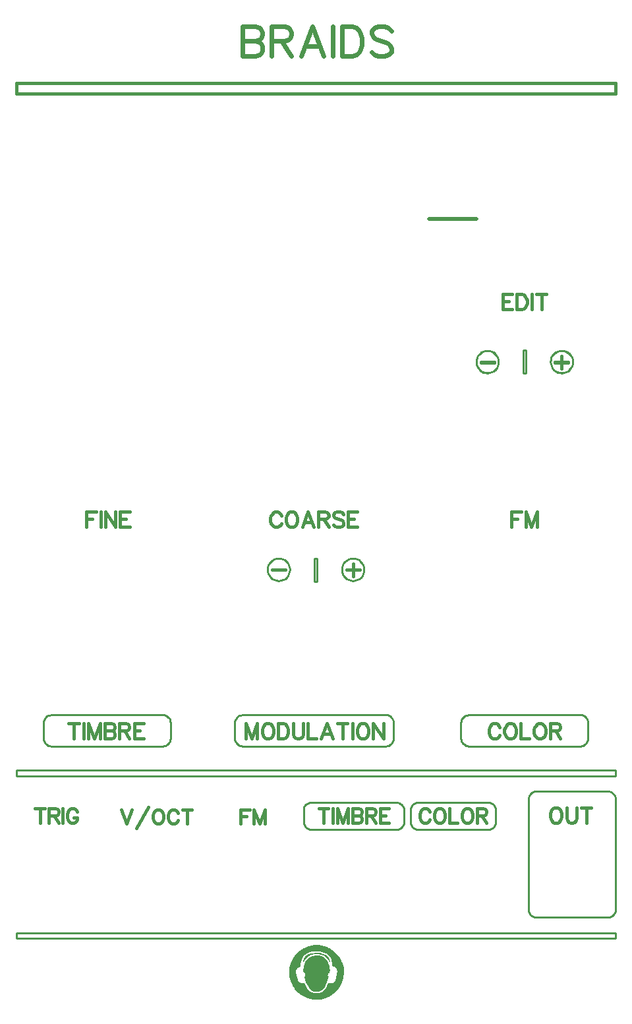
<source format=gto>
G04 Layer: TopSilkLayer*
G04 EasyEDA v6.4.14, 2021-02-14T17:06:54+01:00*
G04 7968197435cc47b8ae8c81e71e0902fa,25b4ee72c661442e84e9813f09f547ec,10*
G04 Gerber Generator version 0.2*
G04 Scale: 100 percent, Rotated: No, Reflected: No *
G04 Dimensions in millimeters *
G04 leading zeros omitted , absolute positions ,4 integer and 5 decimal *
%FSLAX45Y45*%
%MOMM*%

%ADD10C,0.2540*%
%ADD12C,0.5000*%
%ADD13C,0.4000*%
%ADD14C,0.4500*%
%ADD15C,0.6000*%

%LPD*%
G36*
X4071772Y788822D02*
G01*
X4031335Y788162D01*
X4005884Y787247D01*
X3997096Y786688D01*
X3989933Y785723D01*
X3979621Y783793D01*
X3967835Y781151D01*
X3955135Y777900D01*
X3935577Y772414D01*
X3923080Y768553D01*
X3911701Y764641D01*
X3901998Y760933D01*
X3877919Y751027D01*
X3849065Y732231D01*
X3837127Y723747D01*
X3824427Y714248D01*
X3812540Y704900D01*
X3784142Y680872D01*
X3740708Y623366D01*
X3707485Y553720D01*
X3691686Y494538D01*
X3691686Y438150D01*
X3776675Y438150D01*
X3776675Y465277D01*
X3781704Y475030D01*
X3784600Y479653D01*
X3788816Y485038D01*
X3793744Y490524D01*
X3798824Y495401D01*
X3810914Y505968D01*
X3835857Y514248D01*
X3835857Y565607D01*
X3845102Y571144D01*
X3856532Y618388D01*
X3880713Y654761D01*
X3915257Y681024D01*
X3956659Y697890D01*
X3987139Y702818D01*
X4001414Y704850D01*
X4013962Y706170D01*
X4025849Y706831D01*
X4038295Y706882D01*
X4052417Y706424D01*
X4091838Y704342D01*
X4141673Y691743D01*
X4178096Y673303D01*
X4211878Y641705D01*
X4229760Y603910D01*
X4233875Y569417D01*
X4243324Y569417D01*
X4243324Y517398D01*
X4281525Y499313D01*
X4302506Y473811D01*
X4306874Y450545D01*
X4283964Y334975D01*
X4262932Y310997D01*
X4245102Y303377D01*
X4193133Y299516D01*
X4163822Y239420D01*
X4120743Y193344D01*
X4074566Y170637D01*
X4008272Y170637D01*
X3960774Y193141D01*
X3923284Y232156D01*
X3887825Y301244D01*
X3841546Y301244D01*
X3811778Y315671D01*
X3797858Y338124D01*
X3776675Y438150D01*
X3691686Y438150D01*
X3691686Y383082D01*
X3707536Y323900D01*
X3723487Y289966D01*
X3729075Y278892D01*
X3734917Y268122D01*
X3741115Y257606D01*
X3747566Y247396D01*
X3754272Y237490D01*
X3761282Y227838D01*
X3768598Y218541D01*
X3776167Y209499D01*
X3783990Y200710D01*
X3792118Y192278D01*
X3800551Y184099D01*
X3809237Y176276D01*
X3818178Y168706D01*
X3827424Y161442D01*
X3836924Y154482D01*
X3846677Y147828D01*
X3856736Y141478D01*
X3889552Y122123D01*
X3950106Y99364D01*
X4015232Y88036D01*
X4095343Y91440D01*
X4129684Y100380D01*
X4141774Y103885D01*
X4153458Y107645D01*
X4164787Y111709D01*
X4175810Y116027D01*
X4186580Y120700D01*
X4197096Y125679D01*
X4207510Y131064D01*
X4217873Y136855D01*
X4228185Y143103D01*
X4256379Y161239D01*
X4305909Y207975D01*
X4340047Y254254D01*
X4367885Y309930D01*
X4385970Y367284D01*
X4393895Y431850D01*
X4389374Y491032D01*
X4374845Y550265D01*
X4361637Y580034D01*
X4355693Y592378D01*
X4348988Y605485D01*
X4342333Y617728D01*
X4325162Y647141D01*
X4270502Y705154D01*
X4243984Y725017D01*
X4233367Y732282D01*
X4222242Y739190D01*
X4210710Y745693D01*
X4198772Y751840D01*
X4186428Y757580D01*
X4173829Y762914D01*
X4160977Y767791D01*
X4147870Y772210D01*
X4134612Y776122D01*
X4121200Y779576D01*
X4107738Y782472D01*
G37*
G36*
X4036110Y690118D02*
G01*
X3976928Y684682D01*
X3929887Y669544D01*
X3909720Y655015D01*
X3905250Y651357D01*
X3897071Y643534D01*
X3893362Y639368D01*
X3889908Y635050D01*
X3886708Y630580D01*
X3881018Y621131D01*
X3876344Y610971D01*
X3874363Y605637D01*
X3871112Y594410D01*
X3868826Y582472D01*
X3866438Y565912D01*
X3869436Y566064D01*
X3871264Y567537D01*
X3874109Y571449D01*
X3877513Y577189D01*
X3881170Y584200D01*
X3889857Y602234D01*
X3928160Y641400D01*
X3973423Y662686D01*
X4010355Y670407D01*
X4074718Y670407D01*
X4099051Y663956D01*
X4109415Y660501D01*
X4120591Y656132D01*
X4131259Y651510D01*
X4157370Y638403D01*
X4189780Y605129D01*
X4200042Y585520D01*
X4204208Y577951D01*
X4208119Y571703D01*
X4211269Y567486D01*
X4213250Y565912D01*
X4216247Y565912D01*
X4213961Y578967D01*
X4210812Y592988D01*
X4206392Y608330D01*
X4201160Y624586D01*
X4172762Y656844D01*
X4133646Y676554D01*
X4101795Y683056D01*
X4089044Y685241D01*
X4075887Y687070D01*
X4063847Y688390D01*
G37*
G36*
X4029151Y655929D02*
G01*
X3983888Y649427D01*
X3933951Y625043D01*
X3902049Y589534D01*
X3881678Y546760D01*
X3874820Y510133D01*
X3872737Y496366D01*
X3871417Y484073D01*
X3870909Y472744D01*
X3871163Y462127D01*
X3872179Y451662D01*
X3875176Y433019D01*
X3890721Y427126D01*
X3895699Y393903D01*
X3884625Y385826D01*
X3884625Y380136D01*
X3885488Y375259D01*
X3887825Y366166D01*
X3891229Y354126D01*
X3906265Y306476D01*
X3933545Y253695D01*
X3963009Y218389D01*
X3999890Y193700D01*
X4038701Y185674D01*
X4070959Y190195D01*
X4107027Y207467D01*
X4144721Y248158D01*
X4176471Y309930D01*
X4199077Y381609D01*
X4184802Y394919D01*
X4189069Y413512D01*
X4191000Y424078D01*
X4191711Y425399D01*
X4193489Y426923D01*
X4196181Y428498D01*
X4199382Y429920D01*
X4207662Y433070D01*
X4212488Y471881D01*
X4209338Y498703D01*
X4207306Y511809D01*
X4204766Y524205D01*
X4201820Y535940D01*
X4198315Y547065D01*
X4194301Y557682D01*
X4189780Y567791D01*
X4184700Y577494D01*
X4179062Y586740D01*
X4172813Y595680D01*
X4157624Y614934D01*
X4123486Y639216D01*
X4081373Y652221D01*
G37*
D14*
X6432732Y9144777D02*
G01*
X6432732Y8950975D01*
X6432732Y9144777D02*
G01*
X6552874Y9144777D01*
X6432732Y9052575D02*
G01*
X6506646Y9052575D01*
X6432732Y8950975D02*
G01*
X6552874Y8950975D01*
X6613834Y9144777D02*
G01*
X6613834Y8950975D01*
X6613834Y9144777D02*
G01*
X6678350Y9144777D01*
X6706036Y9135633D01*
X6724578Y9117091D01*
X6733722Y9098549D01*
X6743120Y9070863D01*
X6743120Y9024889D01*
X6733722Y8996949D01*
X6724578Y8978661D01*
X6706036Y8960119D01*
X6678350Y8950975D01*
X6613834Y8950975D01*
X6804080Y9144777D02*
G01*
X6804080Y8950975D01*
X6929556Y9144777D02*
G01*
X6929556Y8950975D01*
X6865040Y9144777D02*
G01*
X6994326Y9144777D01*
X922202Y3632977D02*
G01*
X922202Y3439175D01*
X857432Y3632977D02*
G01*
X986718Y3632977D01*
X1047678Y3632977D02*
G01*
X1047678Y3439175D01*
X1108638Y3632977D02*
G01*
X1108638Y3439175D01*
X1108638Y3632977D02*
G01*
X1182552Y3439175D01*
X1256466Y3632977D02*
G01*
X1182552Y3439175D01*
X1256466Y3632977D02*
G01*
X1256466Y3439175D01*
X1317426Y3632977D02*
G01*
X1317426Y3439175D01*
X1317426Y3632977D02*
G01*
X1400484Y3632977D01*
X1428170Y3623833D01*
X1437568Y3614689D01*
X1446712Y3596147D01*
X1446712Y3577605D01*
X1437568Y3559063D01*
X1428170Y3549919D01*
X1400484Y3540775D01*
X1317426Y3540775D02*
G01*
X1400484Y3540775D01*
X1428170Y3531377D01*
X1437568Y3522233D01*
X1446712Y3503691D01*
X1446712Y3476005D01*
X1437568Y3457463D01*
X1428170Y3448319D01*
X1400484Y3439175D01*
X1317426Y3439175D01*
X1507672Y3632977D02*
G01*
X1507672Y3439175D01*
X1507672Y3632977D02*
G01*
X1590730Y3632977D01*
X1618416Y3623833D01*
X1627814Y3614689D01*
X1636958Y3596147D01*
X1636958Y3577605D01*
X1627814Y3559063D01*
X1618416Y3549919D01*
X1590730Y3540775D01*
X1507672Y3540775D01*
X1572442Y3540775D02*
G01*
X1636958Y3439175D01*
X1697918Y3632977D02*
G01*
X1697918Y3439175D01*
X1697918Y3632977D02*
G01*
X1818060Y3632977D01*
X1697918Y3540775D02*
G01*
X1771832Y3540775D01*
X1697918Y3439175D02*
G01*
X1818060Y3439175D01*
X3130732Y3632977D02*
G01*
X3130732Y3439175D01*
X3130732Y3632977D02*
G01*
X3204646Y3439175D01*
X3278560Y3632977D02*
G01*
X3204646Y3439175D01*
X3278560Y3632977D02*
G01*
X3278560Y3439175D01*
X3394892Y3632977D02*
G01*
X3376350Y3623833D01*
X3358062Y3605291D01*
X3348664Y3586749D01*
X3339520Y3559063D01*
X3339520Y3513089D01*
X3348664Y3485149D01*
X3358062Y3466861D01*
X3376350Y3448319D01*
X3394892Y3439175D01*
X3431722Y3439175D01*
X3450264Y3448319D01*
X3468806Y3466861D01*
X3477950Y3485149D01*
X3487348Y3513089D01*
X3487348Y3559063D01*
X3477950Y3586749D01*
X3468806Y3605291D01*
X3450264Y3623833D01*
X3431722Y3632977D01*
X3394892Y3632977D01*
X3548308Y3632977D02*
G01*
X3548308Y3439175D01*
X3548308Y3632977D02*
G01*
X3612824Y3632977D01*
X3640510Y3623833D01*
X3659052Y3605291D01*
X3668196Y3586749D01*
X3677594Y3559063D01*
X3677594Y3513089D01*
X3668196Y3485149D01*
X3659052Y3466861D01*
X3640510Y3448319D01*
X3612824Y3439175D01*
X3548308Y3439175D01*
X3738554Y3632977D02*
G01*
X3738554Y3494547D01*
X3747698Y3466861D01*
X3766240Y3448319D01*
X3793926Y3439175D01*
X3812468Y3439175D01*
X3840154Y3448319D01*
X3858442Y3466861D01*
X3867840Y3494547D01*
X3867840Y3632977D01*
X3928800Y3632977D02*
G01*
X3928800Y3439175D01*
X3928800Y3439175D02*
G01*
X4039544Y3439175D01*
X4174418Y3632977D02*
G01*
X4100504Y3439175D01*
X4174418Y3632977D02*
G01*
X4248332Y3439175D01*
X4128190Y3503691D02*
G01*
X4220646Y3503691D01*
X4374062Y3632977D02*
G01*
X4374062Y3439175D01*
X4309292Y3632977D02*
G01*
X4438578Y3632977D01*
X4499538Y3632977D02*
G01*
X4499538Y3439175D01*
X4615870Y3632977D02*
G01*
X4597582Y3623833D01*
X4579040Y3605291D01*
X4569642Y3586749D01*
X4560498Y3559063D01*
X4560498Y3513089D01*
X4569642Y3485149D01*
X4579040Y3466861D01*
X4597582Y3448319D01*
X4615870Y3439175D01*
X4652954Y3439175D01*
X4671242Y3448319D01*
X4689784Y3466861D01*
X4699182Y3485149D01*
X4708326Y3513089D01*
X4708326Y3559063D01*
X4699182Y3586749D01*
X4689784Y3605291D01*
X4671242Y3623833D01*
X4652954Y3632977D01*
X4615870Y3632977D01*
X4769286Y3632977D02*
G01*
X4769286Y3439175D01*
X4769286Y3632977D02*
G01*
X4898572Y3439175D01*
X4898572Y3632977D02*
G01*
X4898572Y3439175D01*
X6393362Y3586749D02*
G01*
X6384218Y3605291D01*
X6365676Y3623833D01*
X6347388Y3632977D01*
X6310304Y3632977D01*
X6291762Y3623833D01*
X6273474Y3605291D01*
X6264076Y3586749D01*
X6254932Y3559063D01*
X6254932Y3513089D01*
X6264076Y3485149D01*
X6273474Y3466861D01*
X6291762Y3448319D01*
X6310304Y3439175D01*
X6347388Y3439175D01*
X6365676Y3448319D01*
X6384218Y3466861D01*
X6393362Y3485149D01*
X6509948Y3632977D02*
G01*
X6491406Y3623833D01*
X6472864Y3605291D01*
X6463720Y3586749D01*
X6454322Y3559063D01*
X6454322Y3513089D01*
X6463720Y3485149D01*
X6472864Y3466861D01*
X6491406Y3448319D01*
X6509948Y3439175D01*
X6546778Y3439175D01*
X6565320Y3448319D01*
X6583862Y3466861D01*
X6593006Y3485149D01*
X6602150Y3513089D01*
X6602150Y3559063D01*
X6593006Y3586749D01*
X6583862Y3605291D01*
X6565320Y3623833D01*
X6546778Y3632977D01*
X6509948Y3632977D01*
X6663110Y3632977D02*
G01*
X6663110Y3439175D01*
X6663110Y3439175D02*
G01*
X6774108Y3439175D01*
X6890440Y3632977D02*
G01*
X6871898Y3623833D01*
X6853356Y3605291D01*
X6844212Y3586749D01*
X6835068Y3559063D01*
X6835068Y3513089D01*
X6844212Y3485149D01*
X6853356Y3466861D01*
X6871898Y3448319D01*
X6890440Y3439175D01*
X6927270Y3439175D01*
X6945812Y3448319D01*
X6964354Y3466861D01*
X6973498Y3485149D01*
X6982642Y3513089D01*
X6982642Y3559063D01*
X6973498Y3586749D01*
X6964354Y3605291D01*
X6945812Y3623833D01*
X6927270Y3632977D01*
X6890440Y3632977D01*
X7043602Y3632977D02*
G01*
X7043602Y3439175D01*
X7043602Y3632977D02*
G01*
X7126914Y3632977D01*
X7154600Y3623833D01*
X7163744Y3614689D01*
X7173142Y3596147D01*
X7173142Y3577605D01*
X7163744Y3559063D01*
X7154600Y3549919D01*
X7126914Y3540775D01*
X7043602Y3540775D01*
X7108372Y3540775D02*
G01*
X7173142Y3439175D01*
X7097704Y2553477D02*
G01*
X7079162Y2544333D01*
X7060874Y2525791D01*
X7051476Y2507249D01*
X7042332Y2479563D01*
X7042332Y2433589D01*
X7051476Y2405649D01*
X7060874Y2387361D01*
X7079162Y2368819D01*
X7097704Y2359675D01*
X7134788Y2359675D01*
X7153076Y2368819D01*
X7171618Y2387361D01*
X7180762Y2405649D01*
X7190160Y2433589D01*
X7190160Y2479563D01*
X7180762Y2507249D01*
X7171618Y2525791D01*
X7153076Y2544333D01*
X7134788Y2553477D01*
X7097704Y2553477D01*
X7251120Y2553477D02*
G01*
X7251120Y2415047D01*
X7260264Y2387361D01*
X7278806Y2368819D01*
X7306492Y2359675D01*
X7325034Y2359675D01*
X7352720Y2368819D01*
X7371262Y2387361D01*
X7380406Y2415047D01*
X7380406Y2553477D01*
X7505882Y2553477D02*
G01*
X7505882Y2359675D01*
X7441366Y2553477D02*
G01*
X7570652Y2553477D01*
D13*
X5495472Y2497089D02*
G01*
X5486836Y2514361D01*
X5469564Y2531633D01*
X5452292Y2540269D01*
X5417748Y2540269D01*
X5400476Y2531633D01*
X5383204Y2514361D01*
X5374568Y2497089D01*
X5365932Y2471181D01*
X5365932Y2428001D01*
X5374568Y2402093D01*
X5383204Y2384821D01*
X5400476Y2367549D01*
X5417748Y2358913D01*
X5452292Y2358913D01*
X5469564Y2367549D01*
X5486836Y2384821D01*
X5495472Y2402093D01*
X5604184Y2540269D02*
G01*
X5586912Y2531633D01*
X5569640Y2514361D01*
X5561004Y2497089D01*
X5552368Y2471181D01*
X5552368Y2428001D01*
X5561004Y2402093D01*
X5569640Y2384821D01*
X5586912Y2367549D01*
X5604184Y2358913D01*
X5638728Y2358913D01*
X5656000Y2367549D01*
X5673272Y2384821D01*
X5681908Y2402093D01*
X5690544Y2428001D01*
X5690544Y2471181D01*
X5681908Y2497089D01*
X5673272Y2514361D01*
X5656000Y2531633D01*
X5638728Y2540269D01*
X5604184Y2540269D01*
X5747694Y2540269D02*
G01*
X5747694Y2358913D01*
X5747694Y2358913D02*
G01*
X5851326Y2358913D01*
X5960038Y2540269D02*
G01*
X5942766Y2531633D01*
X5925494Y2514361D01*
X5916858Y2497089D01*
X5908222Y2471181D01*
X5908222Y2428001D01*
X5916858Y2402093D01*
X5925494Y2384821D01*
X5942766Y2367549D01*
X5960038Y2358913D01*
X5994582Y2358913D01*
X6011854Y2367549D01*
X6029126Y2384821D01*
X6037762Y2402093D01*
X6046398Y2428001D01*
X6046398Y2471181D01*
X6037762Y2497089D01*
X6029126Y2514361D01*
X6011854Y2531633D01*
X5994582Y2540269D01*
X5960038Y2540269D01*
X6103548Y2540269D02*
G01*
X6103548Y2358913D01*
X6103548Y2540269D02*
G01*
X6181272Y2540269D01*
X6207180Y2531633D01*
X6215816Y2522997D01*
X6224452Y2505725D01*
X6224452Y2488453D01*
X6215816Y2471181D01*
X6207180Y2462545D01*
X6181272Y2453909D01*
X6103548Y2453909D01*
X6164000Y2453909D02*
G01*
X6224452Y2358913D01*
X4130984Y2540269D02*
G01*
X4130984Y2358913D01*
X4070532Y2540269D02*
G01*
X4191436Y2540269D01*
X4248332Y2540269D02*
G01*
X4248332Y2358913D01*
X4305482Y2540269D02*
G01*
X4305482Y2358913D01*
X4305482Y2540269D02*
G01*
X4374570Y2358913D01*
X4443658Y2540269D02*
G01*
X4374570Y2358913D01*
X4443658Y2540269D02*
G01*
X4443658Y2358913D01*
X4500554Y2540269D02*
G01*
X4500554Y2358913D01*
X4500554Y2540269D02*
G01*
X4578278Y2540269D01*
X4604186Y2531633D01*
X4612822Y2522997D01*
X4621458Y2505725D01*
X4621458Y2488453D01*
X4612822Y2471181D01*
X4604186Y2462545D01*
X4578278Y2453909D01*
X4500554Y2453909D02*
G01*
X4578278Y2453909D01*
X4604186Y2445273D01*
X4612822Y2436637D01*
X4621458Y2419365D01*
X4621458Y2393457D01*
X4612822Y2376185D01*
X4604186Y2367549D01*
X4578278Y2358913D01*
X4500554Y2358913D01*
X4678608Y2540269D02*
G01*
X4678608Y2358913D01*
X4678608Y2540269D02*
G01*
X4756332Y2540269D01*
X4782240Y2531633D01*
X4790876Y2522997D01*
X4799512Y2505725D01*
X4799512Y2488453D01*
X4790876Y2471181D01*
X4782240Y2462545D01*
X4756332Y2453909D01*
X4678608Y2453909D01*
X4739060Y2453909D02*
G01*
X4799512Y2358913D01*
X4856408Y2540269D02*
G01*
X4856408Y2358913D01*
X4856408Y2540269D02*
G01*
X4968676Y2540269D01*
X4856408Y2453909D02*
G01*
X4925496Y2453909D01*
X4856408Y2358913D02*
G01*
X4968676Y2358913D01*
X3067232Y2527569D02*
G01*
X3067232Y2346213D01*
X3067232Y2527569D02*
G01*
X3179500Y2527569D01*
X3067232Y2441209D02*
G01*
X3136320Y2441209D01*
X3236396Y2527569D02*
G01*
X3236396Y2346213D01*
X3236396Y2527569D02*
G01*
X3305484Y2346213D01*
X3374572Y2527569D02*
G01*
X3305484Y2346213D01*
X3374572Y2527569D02*
G01*
X3374572Y2346213D01*
X1530532Y2527569D02*
G01*
X1599620Y2346213D01*
X1668708Y2527569D02*
G01*
X1599620Y2346213D01*
X1881052Y2562113D02*
G01*
X1725604Y2285761D01*
X1990018Y2527569D02*
G01*
X1972746Y2518933D01*
X1955474Y2501661D01*
X1946838Y2484389D01*
X1938202Y2458481D01*
X1938202Y2415301D01*
X1946838Y2389393D01*
X1955474Y2372121D01*
X1972746Y2354849D01*
X1990018Y2346213D01*
X2024562Y2346213D01*
X2041834Y2354849D01*
X2059106Y2372121D01*
X2067742Y2389393D01*
X2076378Y2415301D01*
X2076378Y2458481D01*
X2067742Y2484389D01*
X2059106Y2501661D01*
X2041834Y2518933D01*
X2024562Y2527569D01*
X1990018Y2527569D01*
X2262814Y2484389D02*
G01*
X2254178Y2501661D01*
X2236906Y2518933D01*
X2219634Y2527569D01*
X2185090Y2527569D01*
X2167818Y2518933D01*
X2150546Y2501661D01*
X2141910Y2484389D01*
X2133274Y2458481D01*
X2133274Y2415301D01*
X2141910Y2389393D01*
X2150546Y2372121D01*
X2167818Y2354849D01*
X2185090Y2346213D01*
X2219634Y2346213D01*
X2236906Y2354849D01*
X2254178Y2372121D01*
X2262814Y2389393D01*
X2380416Y2527569D02*
G01*
X2380416Y2346213D01*
X2319964Y2527569D02*
G01*
X2440868Y2527569D01*
X486084Y2540269D02*
G01*
X486084Y2358913D01*
X425632Y2540269D02*
G01*
X546536Y2540269D01*
X603432Y2540269D02*
G01*
X603432Y2358913D01*
X603432Y2540269D02*
G01*
X681156Y2540269D01*
X707064Y2531633D01*
X715700Y2522997D01*
X724336Y2505725D01*
X724336Y2488453D01*
X715700Y2471181D01*
X707064Y2462545D01*
X681156Y2453909D01*
X603432Y2453909D01*
X663884Y2453909D02*
G01*
X724336Y2358913D01*
X781486Y2540269D02*
G01*
X781486Y2358913D01*
X967922Y2497089D02*
G01*
X959286Y2514361D01*
X942014Y2531633D01*
X924742Y2540269D01*
X890198Y2540269D01*
X872926Y2531633D01*
X855654Y2514361D01*
X847018Y2497089D01*
X838382Y2471181D01*
X838382Y2428001D01*
X847018Y2402093D01*
X855654Y2384821D01*
X872926Y2367549D01*
X890198Y2358913D01*
X924742Y2358913D01*
X942014Y2367549D01*
X959286Y2384821D01*
X967922Y2402093D01*
X967922Y2428001D01*
X924742Y2428001D02*
G01*
X967922Y2428001D01*
D15*
X3090600Y12581905D02*
G01*
X3090600Y12200143D01*
X3090600Y12581905D02*
G01*
X3254176Y12581905D01*
X3308532Y12563871D01*
X3326820Y12545583D01*
X3345108Y12509261D01*
X3345108Y12472939D01*
X3326820Y12436363D01*
X3308532Y12418329D01*
X3254176Y12400041D01*
X3090600Y12400041D02*
G01*
X3254176Y12400041D01*
X3308532Y12382007D01*
X3326820Y12363719D01*
X3345108Y12327397D01*
X3345108Y12272787D01*
X3326820Y12236465D01*
X3308532Y12218177D01*
X3254176Y12200143D01*
X3090600Y12200143D01*
X3464996Y12581905D02*
G01*
X3464996Y12200143D01*
X3464996Y12581905D02*
G01*
X3628572Y12581905D01*
X3683182Y12563871D01*
X3701470Y12545583D01*
X3719504Y12509261D01*
X3719504Y12472939D01*
X3701470Y12436363D01*
X3683182Y12418329D01*
X3628572Y12400041D01*
X3464996Y12400041D01*
X3592250Y12400041D02*
G01*
X3719504Y12200143D01*
X3984934Y12581905D02*
G01*
X3839646Y12200143D01*
X3984934Y12581905D02*
G01*
X4130476Y12200143D01*
X3894002Y12327397D02*
G01*
X4075866Y12327397D01*
X4250364Y12581905D02*
G01*
X4250364Y12200143D01*
X4370506Y12581905D02*
G01*
X4370506Y12200143D01*
X4370506Y12581905D02*
G01*
X4497760Y12581905D01*
X4552370Y12563871D01*
X4588692Y12527295D01*
X4606726Y12490973D01*
X4625014Y12436363D01*
X4625014Y12345685D01*
X4606726Y12291075D01*
X4588692Y12254753D01*
X4552370Y12218177D01*
X4497760Y12200143D01*
X4370506Y12200143D01*
X4999664Y12527295D02*
G01*
X4963088Y12563871D01*
X4908732Y12581905D01*
X4835834Y12581905D01*
X4781478Y12563871D01*
X4744902Y12527295D01*
X4744902Y12490973D01*
X4763190Y12454651D01*
X4781478Y12436363D01*
X4817800Y12418329D01*
X4926766Y12382007D01*
X4963088Y12363719D01*
X4981376Y12345685D01*
X4999664Y12309109D01*
X4999664Y12254753D01*
X4963088Y12218177D01*
X4908732Y12200143D01*
X4835834Y12200143D01*
X4781478Y12218177D01*
X4744902Y12254753D01*
D14*
X7188890Y8355091D02*
G01*
X7188890Y8188975D01*
X7105832Y8272033D02*
G01*
X7272202Y8272033D01*
X6153332Y8272033D02*
G01*
X6319702Y8272033D01*
X7188903Y8352716D02*
G01*
X7188903Y8186600D01*
X7105845Y8269658D02*
G01*
X7272215Y8269658D01*
X6153345Y8269658D02*
G01*
X6319715Y8269658D01*
X1086032Y6350777D02*
G01*
X1086032Y6156975D01*
X1086032Y6350777D02*
G01*
X1206174Y6350777D01*
X1086032Y6258575D02*
G01*
X1159946Y6258575D01*
X1267134Y6350777D02*
G01*
X1267134Y6156975D01*
X1328094Y6350777D02*
G01*
X1328094Y6156975D01*
X1328094Y6350777D02*
G01*
X1457380Y6156975D01*
X1457380Y6350777D02*
G01*
X1457380Y6156975D01*
X1518340Y6350777D02*
G01*
X1518340Y6156975D01*
X1518340Y6350777D02*
G01*
X1638482Y6350777D01*
X1518340Y6258575D02*
G01*
X1592254Y6258575D01*
X1518340Y6156975D02*
G01*
X1638482Y6156975D01*
X6547032Y6350777D02*
G01*
X6547032Y6156975D01*
X6547032Y6350777D02*
G01*
X6667174Y6350777D01*
X6547032Y6258575D02*
G01*
X6620946Y6258575D01*
X6728134Y6350777D02*
G01*
X6728134Y6156975D01*
X6728134Y6350777D02*
G01*
X6802048Y6156975D01*
X6875962Y6350777D02*
G01*
X6802048Y6156975D01*
X6875962Y6350777D02*
G01*
X6875962Y6156975D01*
X3586662Y6304549D02*
G01*
X3577518Y6323091D01*
X3558976Y6341633D01*
X3540688Y6350777D01*
X3503604Y6350777D01*
X3485062Y6341633D01*
X3466774Y6323091D01*
X3457376Y6304549D01*
X3448232Y6276863D01*
X3448232Y6230889D01*
X3457376Y6202949D01*
X3466774Y6184661D01*
X3485062Y6166119D01*
X3503604Y6156975D01*
X3540688Y6156975D01*
X3558976Y6166119D01*
X3577518Y6184661D01*
X3586662Y6202949D01*
X3703248Y6350777D02*
G01*
X3684706Y6341633D01*
X3666164Y6323091D01*
X3657020Y6304549D01*
X3647622Y6276863D01*
X3647622Y6230889D01*
X3657020Y6202949D01*
X3666164Y6184661D01*
X3684706Y6166119D01*
X3703248Y6156975D01*
X3740078Y6156975D01*
X3758620Y6166119D01*
X3777162Y6184661D01*
X3786306Y6202949D01*
X3795450Y6230889D01*
X3795450Y6276863D01*
X3786306Y6304549D01*
X3777162Y6323091D01*
X3758620Y6341633D01*
X3740078Y6350777D01*
X3703248Y6350777D01*
X3930324Y6350777D02*
G01*
X3856410Y6156975D01*
X3930324Y6350777D02*
G01*
X4004238Y6156975D01*
X3884096Y6221491D02*
G01*
X3976552Y6221491D01*
X4065198Y6350777D02*
G01*
X4065198Y6156975D01*
X4065198Y6350777D02*
G01*
X4148256Y6350777D01*
X4175942Y6341633D01*
X4185340Y6332489D01*
X4194484Y6313947D01*
X4194484Y6295405D01*
X4185340Y6276863D01*
X4175942Y6267719D01*
X4148256Y6258575D01*
X4065198Y6258575D01*
X4129968Y6258575D02*
G01*
X4194484Y6156975D01*
X4384730Y6323091D02*
G01*
X4366442Y6341633D01*
X4338502Y6350777D01*
X4301672Y6350777D01*
X4273986Y6341633D01*
X4255444Y6323091D01*
X4255444Y6304549D01*
X4264842Y6286261D01*
X4273986Y6276863D01*
X4292528Y6267719D01*
X4347900Y6249177D01*
X4366442Y6240033D01*
X4375586Y6230889D01*
X4384730Y6212347D01*
X4384730Y6184661D01*
X4366442Y6166119D01*
X4338502Y6156975D01*
X4301672Y6156975D01*
X4273986Y6166119D01*
X4255444Y6184661D01*
X4445690Y6350777D02*
G01*
X4445690Y6156975D01*
X4445690Y6350777D02*
G01*
X4565832Y6350777D01*
X4445690Y6258575D02*
G01*
X4519604Y6258575D01*
X4445690Y6156975D02*
G01*
X4565832Y6156975D01*
X4509190Y5688091D02*
G01*
X4509190Y5521975D01*
X4426132Y5605033D02*
G01*
X4592502Y5605033D01*
X3473632Y5605033D02*
G01*
X3640002Y5605033D01*
D10*
X7881299Y876635D02*
G01*
X187871Y876635D01*
X187871Y947298D01*
X7881299Y947298D01*
X7881299Y876635D01*
X531969Y3443264D02*
G01*
X531969Y3643571D01*
X531969Y3643571D02*
G01*
X533854Y3662880D01*
X539262Y3680970D01*
X548688Y3698768D01*
X561365Y3714239D01*
X576836Y3726921D01*
X593194Y3735750D01*
X611184Y3741442D01*
X630438Y3743639D01*
X4507057Y5753991D02*
G01*
X4534814Y5751299D01*
X4560760Y5743580D01*
X4584400Y5731337D01*
X4606797Y5713559D01*
X4625240Y5691718D01*
X4639068Y5666460D01*
X4647178Y5640682D01*
X4650305Y5613057D01*
X4363798Y5610687D02*
G01*
X4366478Y5638444D01*
X4374192Y5664395D01*
X4387623Y5689889D01*
X4404179Y5710445D01*
X4426008Y5728888D01*
X4451261Y5742729D01*
X4477044Y5750847D01*
X4504690Y5753966D01*
X4507057Y5467428D02*
G01*
X4479290Y5470113D01*
X4453331Y5477832D01*
X4427844Y5491284D01*
X4407293Y5507852D01*
X4388863Y5529694D01*
X4375927Y5552887D01*
X4366935Y5580710D01*
X4363811Y5608325D01*
X4650318Y5610687D02*
G01*
X4647638Y5582950D01*
X4639924Y5557004D01*
X4627684Y5533372D01*
X4609912Y5510966D01*
X4588070Y5492523D01*
X4562830Y5478688D01*
X4537047Y5470573D01*
X4509427Y5467446D01*
X3553045Y5753991D02*
G01*
X3580800Y5751299D01*
X3606746Y5743580D01*
X3630386Y5731337D01*
X3652784Y5713559D01*
X3671214Y5691718D01*
X3685054Y5666460D01*
X3693167Y5640682D01*
X3696291Y5613057D01*
X3409822Y5610687D02*
G01*
X3412502Y5638444D01*
X3420216Y5664395D01*
X3433660Y5689889D01*
X3451755Y5712015D01*
X3473869Y5730128D01*
X3497285Y5742729D01*
X3523056Y5750847D01*
X3550676Y5753966D01*
X3553045Y5467428D02*
G01*
X3525288Y5470113D01*
X3499342Y5477832D01*
X3473869Y5491284D01*
X3451755Y5509397D01*
X3434887Y5529694D01*
X3421072Y5554939D01*
X3412959Y5580710D01*
X3409835Y5608325D01*
X3696304Y5610687D02*
G01*
X3693624Y5582950D01*
X3685898Y5557004D01*
X3673670Y5533372D01*
X3655898Y5510966D01*
X3635867Y5493783D01*
X3610863Y5479577D01*
X3583033Y5470573D01*
X3555413Y5467446D01*
X4015044Y5459986D02*
G01*
X4045021Y5459986D01*
X4045021Y5753953D01*
X4015044Y5753953D01*
X4015044Y5459986D01*
X6091631Y8279274D02*
G01*
X6094310Y8307024D01*
X6102024Y8332965D01*
X6115469Y8358446D01*
X6133576Y8380559D01*
X6155702Y8398659D01*
X6179129Y8411248D01*
X6204915Y8419353D01*
X6232558Y8422479D01*
X6234940Y8133633D02*
G01*
X6207160Y8136318D01*
X6181201Y8144035D01*
X6157561Y8156267D01*
X6135151Y8174034D01*
X6116721Y8195863D01*
X6103772Y8219069D01*
X6094780Y8246892D01*
X6091656Y8274524D01*
X6726854Y8423861D02*
G01*
X6696791Y8423861D01*
X6696791Y8129963D01*
X6726854Y8129963D01*
X6726854Y8423861D01*
X7188878Y8420122D02*
G01*
X7216635Y8417443D01*
X7242581Y8409729D01*
X7266221Y8397493D01*
X7288618Y8379729D01*
X7307061Y8357900D01*
X7320889Y8332655D01*
X7328999Y8306889D01*
X7332126Y8279269D01*
X7045619Y8276899D02*
G01*
X7048299Y8304649D01*
X7056013Y8330590D01*
X7069457Y8356071D01*
X7087565Y8378184D01*
X7109678Y8396284D01*
X7133104Y8408873D01*
X7158878Y8416978D01*
X7186510Y8420105D01*
X7188878Y8133633D02*
G01*
X7161123Y8136318D01*
X7135164Y8144035D01*
X7111525Y8156267D01*
X7089127Y8174034D01*
X7070697Y8195863D01*
X7056869Y8221113D01*
X7048756Y8246892D01*
X7045632Y8274524D01*
X7332139Y8276899D02*
G01*
X7329459Y8249132D01*
X7321745Y8223178D01*
X7309505Y8199546D01*
X7291732Y8177148D01*
X7269891Y8158711D01*
X7244651Y8144883D01*
X7218867Y8136778D01*
X7191247Y8133654D01*
X6234940Y8420122D02*
G01*
X6262684Y8417443D01*
X6288618Y8409729D01*
X6312245Y8397493D01*
X6334643Y8379729D01*
X6353086Y8357900D01*
X6366913Y8332655D01*
X6375024Y8306889D01*
X6378150Y8279269D01*
X6091643Y8276899D02*
G01*
X6094323Y8304649D01*
X6102037Y8330590D01*
X6115481Y8356071D01*
X6133589Y8378184D01*
X6155715Y8396284D01*
X6179141Y8408873D01*
X6204927Y8416978D01*
X6232570Y8420105D01*
X6378163Y8276899D02*
G01*
X6375483Y8249132D01*
X6367757Y8223178D01*
X6355529Y8199546D01*
X6337757Y8177148D01*
X6315928Y8158711D01*
X6290688Y8144883D01*
X6264917Y8136778D01*
X6237310Y8133654D01*
X6234927Y8136008D02*
G01*
X6207147Y8138693D01*
X6181189Y8146409D01*
X6157549Y8158642D01*
X6135138Y8176409D01*
X6116708Y8198238D01*
X6103759Y8221444D01*
X6094768Y8249267D01*
X6091643Y8276899D01*
D12*
X6093716Y10111343D02*
G01*
X5486059Y10111343D01*
D13*
X7880532Y11721099D02*
G01*
X187098Y11721099D01*
X187098Y11857177D01*
X7880532Y11857177D01*
X7880532Y11721099D01*
D10*
X3973695Y2622318D02*
G01*
X5063035Y2622318D01*
X2063795Y3343181D02*
G01*
X632086Y3343181D01*
X6762150Y2662252D02*
G01*
X6764037Y2681582D01*
X6770052Y2701129D01*
X6778881Y2717487D01*
X6791568Y2732958D01*
X6805769Y2744779D01*
X6823407Y2754472D01*
X6841390Y2760164D01*
X6860626Y2762359D01*
X7881302Y2662252D02*
G01*
X7881302Y1245397D01*
X6862262Y2762371D02*
G01*
X7781178Y2762371D01*
X7781178Y2762371D02*
G01*
X7800512Y2760487D01*
X7820058Y2754472D01*
X7837695Y2744779D01*
X7851896Y2732958D01*
X7864571Y2717487D01*
X7873400Y2701129D01*
X7879095Y2683144D01*
X7881289Y2663903D01*
X6762150Y1245397D02*
G01*
X6762150Y2662252D01*
X7781178Y1145273D02*
G01*
X6862262Y1145273D01*
X6862262Y1145273D02*
G01*
X6842953Y1147157D01*
X6823407Y1153167D01*
X6807047Y1161991D01*
X6791568Y1174673D01*
X6778881Y1190144D01*
X6770052Y1206505D01*
X6764360Y1224493D01*
X6762163Y1243741D01*
X7881302Y1245397D02*
G01*
X7879417Y1226050D01*
X7873400Y1206505D01*
X7864571Y1190144D01*
X7851896Y1174673D01*
X7836418Y1161991D01*
X7820058Y1153167D01*
X7802074Y1147480D01*
X7782826Y1145285D01*
X2163914Y3643571D02*
G01*
X2163914Y3443264D01*
X632086Y3743655D02*
G01*
X2063795Y3743655D01*
X2063795Y3743657D02*
G01*
X2083132Y3741765D01*
X2101250Y3736352D01*
X2117758Y3727770D01*
X2133422Y3715318D01*
X2146333Y3700043D01*
X2155400Y3683840D01*
X2161712Y3664437D01*
X2163907Y3645220D01*
X632089Y3343178D02*
G01*
X612747Y3345065D01*
X593194Y3351067D01*
X575558Y3360752D01*
X561365Y3372561D01*
X549551Y3386742D01*
X539864Y3404379D01*
X534172Y3422362D01*
X531982Y3441611D01*
X5029169Y3643571D02*
G01*
X5029169Y3443264D01*
X2163919Y3443267D02*
G01*
X2162035Y3423925D01*
X2156020Y3404379D01*
X2147201Y3388019D01*
X2134514Y3372561D01*
X2120325Y3360752D01*
X2102690Y3351067D01*
X2084694Y3345388D01*
X2065446Y3343198D01*
X3089000Y3743655D02*
G01*
X4929050Y3743655D01*
X4929047Y3743657D02*
G01*
X4948394Y3741765D01*
X4966502Y3736352D01*
X4984300Y3726921D01*
X4999779Y3714239D01*
X5012453Y3698768D01*
X5021272Y3682408D01*
X5026964Y3664437D01*
X5029159Y3645220D01*
X2988884Y3443264D02*
G01*
X2988884Y3643571D01*
X2988886Y3643571D02*
G01*
X2990771Y3662880D01*
X2996178Y3680970D01*
X3005617Y3698768D01*
X3018292Y3714239D01*
X3032480Y3726052D01*
X3050131Y3735750D01*
X3068114Y3741442D01*
X3087349Y3743639D01*
X4929050Y3343181D02*
G01*
X3089000Y3343181D01*
X3088998Y3343178D02*
G01*
X3069676Y3345065D01*
X3051568Y3350473D01*
X3035061Y3359043D01*
X3019384Y3371481D01*
X3006473Y3386742D01*
X2996788Y3404379D01*
X2991093Y3422362D01*
X2988899Y3441611D01*
X7527818Y3643571D02*
G01*
X7527818Y3443264D01*
X5029172Y3443267D02*
G01*
X5027287Y3423925D01*
X5021272Y3404379D01*
X5012453Y3388019D01*
X4999779Y3372561D01*
X4985578Y3360752D01*
X4967942Y3351067D01*
X4949946Y3345388D01*
X4930696Y3343198D01*
X5995954Y3743655D02*
G01*
X7427699Y3743655D01*
X7427699Y3743657D02*
G01*
X7447033Y3741765D01*
X7465128Y3736352D01*
X7481648Y3727770D01*
X7497312Y3715318D01*
X7509342Y3701310D01*
X7519301Y3683840D01*
X7525616Y3664437D01*
X7527797Y3645220D01*
X5895835Y3443264D02*
G01*
X5895835Y3643571D01*
X5895835Y3643571D02*
G01*
X5897719Y3662880D01*
X5903734Y3682408D01*
X5912566Y3698768D01*
X5925253Y3714239D01*
X5940732Y3726921D01*
X5957089Y3735750D01*
X5975073Y3741442D01*
X5994311Y3743639D01*
X7427699Y3343181D02*
G01*
X5995954Y3343181D01*
X5995959Y3343178D02*
G01*
X5976637Y3345065D01*
X5957089Y3351067D01*
X5939454Y3360752D01*
X5925253Y3372561D01*
X5912566Y3388019D01*
X5903734Y3404379D01*
X5898042Y3422362D01*
X5895847Y3441611D01*
X7527823Y3443267D02*
G01*
X7525926Y3423925D01*
X7520518Y3405825D01*
X7511092Y3388019D01*
X7499494Y3373658D01*
X7484216Y3360752D01*
X7466578Y3351067D01*
X7448595Y3345388D01*
X7429347Y3343198D01*
X6342486Y2522199D02*
G01*
X6342486Y2372057D01*
X5347268Y2622318D02*
G01*
X6242367Y2622318D01*
X6242370Y2622318D02*
G01*
X6261704Y2620434D01*
X6279812Y2615018D01*
X6296332Y2606436D01*
X6311996Y2593990D01*
X6324907Y2578717D01*
X6334592Y2561074D01*
X6340287Y2543091D01*
X6342468Y2523850D01*
X5247149Y2372057D02*
G01*
X5247149Y2522199D01*
X5247154Y2522199D02*
G01*
X5249039Y2541529D01*
X5254459Y2559636D01*
X5263042Y2576144D01*
X5275496Y2591813D01*
X5290761Y2604724D01*
X5306971Y2613797D01*
X5326382Y2620111D01*
X5345617Y2622306D01*
X6242367Y2271938D02*
G01*
X5347268Y2271938D01*
X5347266Y2271938D02*
G01*
X5327944Y2273825D01*
X5309849Y2279238D01*
X5293342Y2287808D01*
X5277665Y2300254D01*
X5265635Y2314262D01*
X5255676Y2331737D01*
X5249362Y2351153D01*
X5247167Y2370406D01*
X5163190Y2522199D02*
G01*
X5163190Y2372057D01*
X6342481Y2372057D02*
G01*
X6340287Y2351153D01*
X6334592Y2333170D01*
X6324907Y2315527D01*
X6313088Y2301333D01*
X6298900Y2289520D01*
X6281262Y2279832D01*
X6263266Y2274148D01*
X6244018Y2271951D01*
X5063030Y2622318D02*
G01*
X5082377Y2620434D01*
X5100485Y2615018D01*
X5117005Y2606436D01*
X5132682Y2593990D01*
X5145592Y2578717D01*
X5154670Y2562501D01*
X5160985Y2543091D01*
X5163179Y2523850D01*
X3873578Y2372057D02*
G01*
X3873578Y2522199D01*
X3873583Y2522199D02*
G01*
X3875468Y2541529D01*
X3880888Y2559636D01*
X3889471Y2576144D01*
X3901922Y2591813D01*
X3917190Y2604724D01*
X3933400Y2613797D01*
X3952808Y2620111D01*
X3972046Y2622306D01*
X5063035Y2271938D02*
G01*
X3973695Y2271938D01*
X3973695Y2271938D02*
G01*
X3954373Y2273825D01*
X3936278Y2279238D01*
X3918468Y2288656D01*
X3904094Y2300254D01*
X3892062Y2314262D01*
X3882102Y2331737D01*
X3876126Y2349604D01*
X3873596Y2370406D01*
X5163192Y2372057D02*
G01*
X5161305Y2352715D01*
X5155290Y2333170D01*
X5146461Y2316805D01*
X5133774Y2301333D01*
X5119573Y2289520D01*
X5101925Y2279832D01*
X5083939Y2274148D01*
X5064691Y2271951D01*
X6726836Y8426239D02*
G01*
X6696781Y8426239D01*
X6696781Y8132340D01*
X6726836Y8132340D01*
X6726836Y8426239D01*
X7188865Y8422497D02*
G01*
X7216622Y8419818D01*
X7242568Y8412104D01*
X7266208Y8399868D01*
X7288606Y8382104D01*
X7307049Y8360275D01*
X7320876Y8335030D01*
X7328987Y8309264D01*
X7332113Y8281644D01*
X7045606Y8279274D02*
G01*
X7048286Y8307024D01*
X7056000Y8332965D01*
X7069444Y8358446D01*
X7087552Y8380559D01*
X7109665Y8398659D01*
X7133092Y8411248D01*
X7158865Y8419353D01*
X7186498Y8422479D01*
X7188865Y8136008D02*
G01*
X7161110Y8138693D01*
X7135152Y8146409D01*
X7111512Y8158642D01*
X7089114Y8176409D01*
X7070684Y8198238D01*
X7056856Y8223488D01*
X7048743Y8249267D01*
X7045619Y8276899D01*
X7332126Y8279274D02*
G01*
X7329446Y8251507D01*
X7321732Y8225553D01*
X7309492Y8201921D01*
X7291720Y8179523D01*
X7269878Y8161086D01*
X7244638Y8147258D01*
X7218855Y8139153D01*
X7191235Y8136028D01*
X6234927Y8422497D02*
G01*
X6262672Y8419818D01*
X6288605Y8412104D01*
X6312232Y8399868D01*
X6334630Y8382104D01*
X6353073Y8360275D01*
X6366901Y8335030D01*
X6375011Y8309264D01*
X6378138Y8281644D01*
X6378150Y8279274D02*
G01*
X6375471Y8251507D01*
X6367744Y8225553D01*
X6355516Y8201921D01*
X6337744Y8179523D01*
X6315915Y8161086D01*
X6290675Y8147258D01*
X6264904Y8139153D01*
X6237297Y8136028D01*
X7881299Y2961794D02*
G01*
X187871Y2961794D01*
X187871Y3032419D01*
X7881299Y3032419D01*
X7881299Y2961794D01*
M02*

</source>
